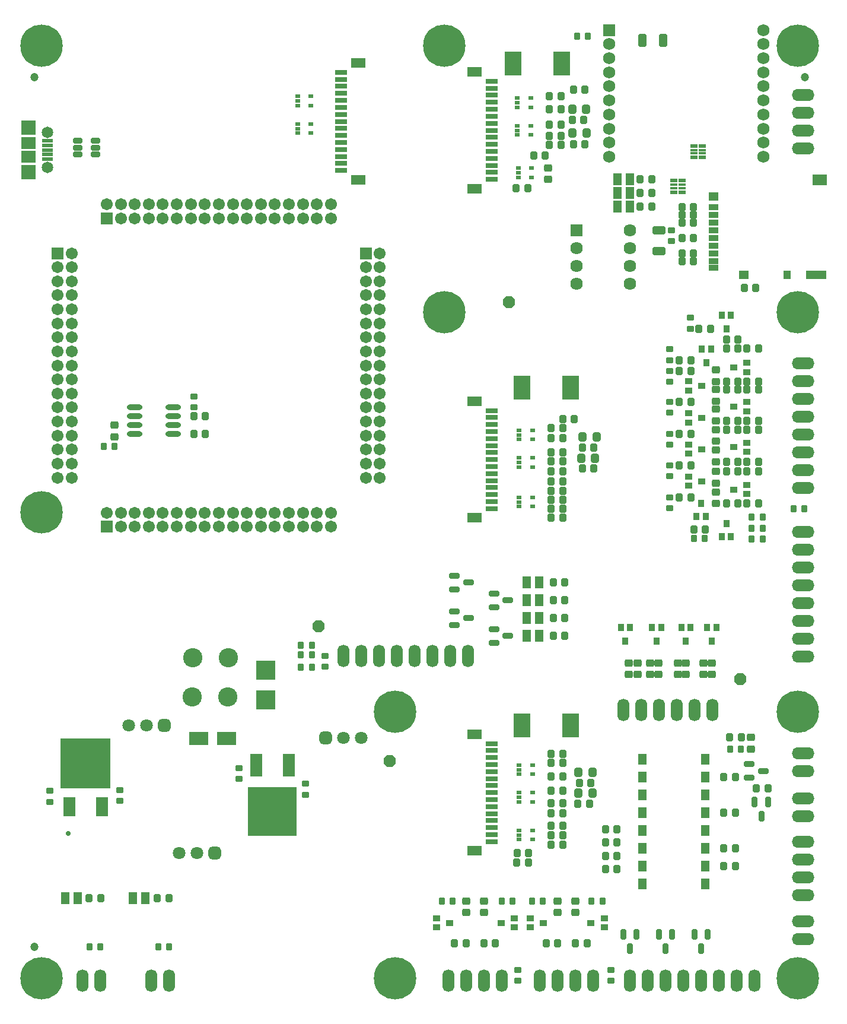
<source format=gts>
G04*
G04 #@! TF.GenerationSoftware,Altium Limited,Altium Designer,21.4.1 (30)*
G04*
G04 Layer_Color=8388736*
%FSLAX44Y44*%
%MOMM*%
G71*
G04*
G04 #@! TF.SameCoordinates,34008E12-B950-4015-972C-27682CB53F9E*
G04*
G04*
G04 #@! TF.FilePolarity,Negative*
G04*
G01*
G75*
G04:AMPARAMS|DCode=27|XSize=0.9mm|YSize=0.95mm|CornerRadius=0.1125mm|HoleSize=0mm|Usage=FLASHONLY|Rotation=90.000|XOffset=0mm|YOffset=0mm|HoleType=Round|Shape=RoundedRectangle|*
%AMROUNDEDRECTD27*
21,1,0.9000,0.7250,0,0,90.0*
21,1,0.6750,0.9500,0,0,90.0*
1,1,0.2250,0.3625,0.3375*
1,1,0.2250,0.3625,-0.3375*
1,1,0.2250,-0.3625,-0.3375*
1,1,0.2250,-0.3625,0.3375*
%
%ADD27ROUNDEDRECTD27*%
G04:AMPARAMS|DCode=31|XSize=0.9mm|YSize=0.95mm|CornerRadius=0.1125mm|HoleSize=0mm|Usage=FLASHONLY|Rotation=0.000|XOffset=0mm|YOffset=0mm|HoleType=Round|Shape=RoundedRectangle|*
%AMROUNDEDRECTD31*
21,1,0.9000,0.7250,0,0,0.0*
21,1,0.6750,0.9500,0,0,0.0*
1,1,0.2250,0.3375,-0.3625*
1,1,0.2250,-0.3375,-0.3625*
1,1,0.2250,-0.3375,0.3625*
1,1,0.2250,0.3375,0.3625*
%
%ADD31ROUNDEDRECTD31*%
G04:AMPARAMS|DCode=32|XSize=1.15mm|YSize=1.8mm|CornerRadius=0.1265mm|HoleSize=0mm|Usage=FLASHONLY|Rotation=180.000|XOffset=0mm|YOffset=0mm|HoleType=Round|Shape=RoundedRectangle|*
%AMROUNDEDRECTD32*
21,1,1.1500,1.5470,0,0,180.0*
21,1,0.8970,1.8000,0,0,180.0*
1,1,0.2530,-0.4485,0.7735*
1,1,0.2530,0.4485,0.7735*
1,1,0.2530,0.4485,-0.7735*
1,1,0.2530,-0.4485,-0.7735*
%
%ADD32ROUNDEDRECTD32*%
G04:AMPARAMS|DCode=33|XSize=1.15mm|YSize=1.8mm|CornerRadius=0.1265mm|HoleSize=0mm|Usage=FLASHONLY|Rotation=90.000|XOffset=0mm|YOffset=0mm|HoleType=Round|Shape=RoundedRectangle|*
%AMROUNDEDRECTD33*
21,1,1.1500,1.5470,0,0,90.0*
21,1,0.8970,1.8000,0,0,90.0*
1,1,0.2530,0.7735,0.4485*
1,1,0.2530,0.7735,-0.4485*
1,1,0.2530,-0.7735,-0.4485*
1,1,0.2530,-0.7735,0.4485*
%
%ADD33ROUNDEDRECTD33*%
G04:AMPARAMS|DCode=47|XSize=0.875mm|YSize=0.95mm|CornerRadius=0.1094mm|HoleSize=0mm|Usage=FLASHONLY|Rotation=180.000|XOffset=0mm|YOffset=0mm|HoleType=Round|Shape=RoundedRectangle|*
%AMROUNDEDRECTD47*
21,1,0.8750,0.7313,0,0,180.0*
21,1,0.6563,0.9500,0,0,180.0*
1,1,0.2188,-0.3281,0.3656*
1,1,0.2188,0.3281,0.3656*
1,1,0.2188,0.3281,-0.3656*
1,1,0.2188,-0.3281,-0.3656*
%
%ADD47ROUNDEDRECTD47*%
%ADD57R,1.3000X1.5000*%
%ADD60R,1.3032X1.6532*%
G04:AMPARAMS|DCode=61|XSize=1.0032mm|YSize=1.1532mm|CornerRadius=0.2016mm|HoleSize=0mm|Usage=FLASHONLY|Rotation=0.000|XOffset=0mm|YOffset=0mm|HoleType=Round|Shape=RoundedRectangle|*
%AMROUNDEDRECTD61*
21,1,1.0032,0.7500,0,0,0.0*
21,1,0.6000,1.1532,0,0,0.0*
1,1,0.4032,0.3000,-0.3750*
1,1,0.4032,-0.3000,-0.3750*
1,1,0.4032,-0.3000,0.3750*
1,1,0.4032,0.3000,0.3750*
%
%ADD61ROUNDEDRECTD61*%
%ADD62R,1.8032X3.2032*%
%ADD63R,6.9032X6.9032*%
%ADD64R,7.2032X7.2032*%
%ADD65R,1.7032X2.7032*%
G04:AMPARAMS|DCode=66|XSize=1.0032mm|YSize=1.1532mm|CornerRadius=0.2016mm|HoleSize=0mm|Usage=FLASHONLY|Rotation=270.000|XOffset=0mm|YOffset=0mm|HoleType=Round|Shape=RoundedRectangle|*
%AMROUNDEDRECTD66*
21,1,1.0032,0.7500,0,0,270.0*
21,1,0.6000,1.1532,0,0,270.0*
1,1,0.4032,-0.3750,-0.3000*
1,1,0.4032,-0.3750,0.3000*
1,1,0.4032,0.3750,0.3000*
1,1,0.4032,0.3750,-0.3000*
%
%ADD66ROUNDEDRECTD66*%
G04:AMPARAMS|DCode=67|XSize=1.15mm|YSize=1.35mm|CornerRadius=0.325mm|HoleSize=0mm|Usage=FLASHONLY|Rotation=0.000|XOffset=0mm|YOffset=0mm|HoleType=Round|Shape=RoundedRectangle|*
%AMROUNDEDRECTD67*
21,1,1.1500,0.7000,0,0,0.0*
21,1,0.5000,1.3500,0,0,0.0*
1,1,0.6500,0.2500,-0.3500*
1,1,0.6500,-0.2500,-0.3500*
1,1,0.6500,-0.2500,0.3500*
1,1,0.6500,0.2500,0.3500*
%
%ADD67ROUNDEDRECTD67*%
%ADD68R,0.7032X0.6032*%
%ADD69R,2.7032X1.9032*%
%ADD70R,2.4032X3.3532*%
%ADD71R,2.7032X2.7032*%
%ADD72R,1.4032X0.9032*%
%ADD73R,1.4032X1.2032*%
%ADD74R,1.0032X1.2032*%
%ADD75R,3.0032X1.2032*%
%ADD76R,2.1032X1.5032*%
%ADD77R,2.0032X1.4032*%
%ADD78R,1.7532X0.8032*%
%ADD79R,0.9032X1.1032*%
G04:AMPARAMS|DCode=80|XSize=1.4632mm|YSize=0.7932mm|CornerRadius=0.1754mm|HoleSize=0mm|Usage=FLASHONLY|Rotation=0.000|XOffset=0mm|YOffset=0mm|HoleType=Round|Shape=RoundedRectangle|*
%AMROUNDEDRECTD80*
21,1,1.4632,0.4425,0,0,0.0*
21,1,1.1125,0.7932,0,0,0.0*
1,1,0.3507,0.5563,-0.2213*
1,1,0.3507,-0.5563,-0.2213*
1,1,0.3507,-0.5563,0.2213*
1,1,0.3507,0.5563,0.2213*
%
%ADD80ROUNDEDRECTD80*%
%ADD81O,2.2387X0.7772*%
%ADD82R,1.0732X0.6132*%
%ADD83R,1.0732X0.4632*%
%ADD84R,1.5532X0.6032*%
%ADD85R,2.1032X1.7032*%
%ADD86R,2.1032X2.0032*%
%ADD87C,1.2032*%
G04:AMPARAMS|DCode=88|XSize=1.4632mm|YSize=0.7932mm|CornerRadius=0.1754mm|HoleSize=0mm|Usage=FLASHONLY|Rotation=270.000|XOffset=0mm|YOffset=0mm|HoleType=Round|Shape=RoundedRectangle|*
%AMROUNDEDRECTD88*
21,1,1.4632,0.4425,0,0,270.0*
21,1,1.1125,0.7932,0,0,270.0*
1,1,0.3507,-0.2213,-0.5563*
1,1,0.3507,-0.2213,0.5563*
1,1,0.3507,0.2213,0.5563*
1,1,0.3507,0.2213,-0.5563*
%
%ADD88ROUNDEDRECTD88*%
%ADD89R,1.1032X0.9032*%
G04:AMPARAMS|DCode=90|XSize=1.4132mm|YSize=0.7832mm|CornerRadius=0.1741mm|HoleSize=0mm|Usage=FLASHONLY|Rotation=0.000|XOffset=0mm|YOffset=0mm|HoleType=Round|Shape=RoundedRectangle|*
%AMROUNDEDRECTD90*
21,1,1.4132,0.4350,0,0,0.0*
21,1,1.0650,0.7832,0,0,0.0*
1,1,0.3482,0.5325,-0.2175*
1,1,0.3482,-0.5325,-0.2175*
1,1,0.3482,-0.5325,0.2175*
1,1,0.3482,0.5325,0.2175*
%
%ADD90ROUNDEDRECTD90*%
%ADD91C,1.8032*%
G04:AMPARAMS|DCode=92|XSize=1.8032mm|YSize=1.8032mm|CornerRadius=0.5016mm|HoleSize=0mm|Usage=FLASHONLY|Rotation=180.000|XOffset=0mm|YOffset=0mm|HoleType=Round|Shape=RoundedRectangle|*
%AMROUNDEDRECTD92*
21,1,1.8032,0.8000,0,0,180.0*
21,1,0.8000,1.8032,0,0,180.0*
1,1,1.0032,-0.4000,0.4000*
1,1,1.0032,0.4000,0.4000*
1,1,1.0032,0.4000,-0.4000*
1,1,1.0032,-0.4000,-0.4000*
%
%ADD92ROUNDEDRECTD92*%
%ADD93R,1.7032X1.7032*%
%ADD94C,1.7032*%
%ADD95R,1.7332X1.7332*%
%ADD96C,1.7332*%
%ADD97O,1.7112X3.2192*%
%ADD98C,6.0452*%
%ADD99O,3.2192X1.7112*%
%ADD100C,1.6532*%
%ADD101O,1.8032X1.0032*%
%ADD102P,1.8695X8X22.5*%
%ADD103C,1.7832*%
%ADD104R,1.7832X1.7832*%
%ADD105C,2.7432*%
%ADD106R,1.7032X1.7032*%
%ADD107C,0.7032*%
D27*
X417000Y312500D02*
D03*
Y297000D02*
D03*
X322500Y319750D02*
D03*
Y335250D02*
D03*
X152000Y288250D02*
D03*
Y303750D02*
D03*
X51750Y287000D02*
D03*
Y302500D02*
D03*
X257836Y865000D02*
D03*
Y849500D02*
D03*
X853440Y31750D02*
D03*
Y47250D02*
D03*
X720090D02*
D03*
Y31750D02*
D03*
X444553Y479800D02*
D03*
Y495300D02*
D03*
X966470Y977320D02*
D03*
Y961820D02*
D03*
X937260Y916920D02*
D03*
Y932420D02*
D03*
Y886200D02*
D03*
Y901700D02*
D03*
Y857250D02*
D03*
Y841750D02*
D03*
Y796030D02*
D03*
Y811530D02*
D03*
Y767080D02*
D03*
Y751580D02*
D03*
Y705860D02*
D03*
Y721360D02*
D03*
X939800Y1101860D02*
D03*
Y1086360D02*
D03*
D31*
X222250Y80010D02*
D03*
X206750D02*
D03*
X108960D02*
D03*
X124460D02*
D03*
X755650Y145410D02*
D03*
X740150D02*
D03*
X841000D02*
D03*
X825500D02*
D03*
X697230D02*
D03*
X712730D02*
D03*
X611880D02*
D03*
X627380D02*
D03*
X1129290Y704850D02*
D03*
X1113790D02*
D03*
X971550Y662940D02*
D03*
X987050D02*
D03*
X1022995Y362269D02*
D03*
X1038495D02*
D03*
X144806Y793750D02*
D03*
X129306D02*
D03*
D32*
X897890Y1372870D02*
D03*
X927390D02*
D03*
D33*
X922020Y1072360D02*
D03*
Y1101860D02*
D03*
D47*
X820420Y1379220D02*
D03*
X804670D02*
D03*
X1069592Y693420D02*
D03*
X1053841D02*
D03*
X1069592Y676672D02*
D03*
X1053841D02*
D03*
X1069592Y661553D02*
D03*
X1053841D02*
D03*
X410191Y510314D02*
D03*
X425941D02*
D03*
X410191Y496570D02*
D03*
X425941D02*
D03*
X410191Y479073D02*
D03*
X425941D02*
D03*
D57*
X897806Y195580D02*
D03*
Y246380D02*
D03*
Y271780D02*
D03*
Y297180D02*
D03*
Y322580D02*
D03*
Y347980D02*
D03*
X987806D02*
D03*
Y322580D02*
D03*
Y297180D02*
D03*
Y271780D02*
D03*
Y246380D02*
D03*
Y220980D02*
D03*
Y195580D02*
D03*
Y170180D02*
D03*
X897806D02*
D03*
Y220980D02*
D03*
D60*
X188500Y149750D02*
D03*
X170500D02*
D03*
X92000Y149500D02*
D03*
X74000D02*
D03*
X862220Y1174770D02*
D03*
X880220D02*
D03*
X732481Y599618D02*
D03*
X750481D02*
D03*
X732481Y574218D02*
D03*
X750481D02*
D03*
X732481Y548818D02*
D03*
X750481D02*
D03*
Y523418D02*
D03*
X732481D02*
D03*
X880220Y1135730D02*
D03*
X862220D02*
D03*
Y1155720D02*
D03*
X880220D02*
D03*
D61*
X222000Y149750D02*
D03*
X205500D02*
D03*
X124750Y149500D02*
D03*
X108250D02*
D03*
X799470Y1224960D02*
D03*
X815970D02*
D03*
X770582Y523418D02*
D03*
X787082D02*
D03*
X787080Y548818D02*
D03*
X770580D02*
D03*
Y574218D02*
D03*
X787080D02*
D03*
X770582Y599618D02*
D03*
X787082D02*
D03*
X274336Y836930D02*
D03*
X257836D02*
D03*
X911220Y1155720D02*
D03*
X894720D02*
D03*
X845190Y228759D02*
D03*
X861690D02*
D03*
X911220Y1135730D02*
D03*
X894720D02*
D03*
X1038996Y378769D02*
D03*
X1022496D02*
D03*
X1059810Y1019810D02*
D03*
X1043310D02*
D03*
X954410Y1057860D02*
D03*
X970910D02*
D03*
X894720Y1174770D02*
D03*
X911220D02*
D03*
X784217Y730250D02*
D03*
X767717D02*
D03*
X954412Y1068860D02*
D03*
X970912D02*
D03*
X671830Y85090D02*
D03*
X688330D02*
D03*
X646430D02*
D03*
X629930D02*
D03*
X802640D02*
D03*
X819140D02*
D03*
X777240D02*
D03*
X760740D02*
D03*
X861609Y190976D02*
D03*
X845109D02*
D03*
X845190Y209867D02*
D03*
X861690D02*
D03*
X1017910Y933450D02*
D03*
X1034410D02*
D03*
X995250Y961820D02*
D03*
X978750D02*
D03*
X1017910Y946150D02*
D03*
X1034410D02*
D03*
X1063820Y933450D02*
D03*
X1047320D02*
D03*
X950464Y916920D02*
D03*
X966964D02*
D03*
Y901700D02*
D03*
X950464D02*
D03*
Y857250D02*
D03*
X966964D02*
D03*
Y811530D02*
D03*
X950464D02*
D03*
Y767080D02*
D03*
X966964D02*
D03*
Y721360D02*
D03*
X950464D02*
D03*
X971550Y675640D02*
D03*
X988050D02*
D03*
X1034410Y886460D02*
D03*
X1017910D02*
D03*
Y875030D02*
D03*
X1034410D02*
D03*
Y830580D02*
D03*
X1017910D02*
D03*
Y817880D02*
D03*
X1034410D02*
D03*
Y772160D02*
D03*
X1017910D02*
D03*
Y758190D02*
D03*
X1034410D02*
D03*
X1034412Y712470D02*
D03*
X1017912D02*
D03*
X1063820Y886460D02*
D03*
X1047320D02*
D03*
Y712470D02*
D03*
X1063820D02*
D03*
Y758190D02*
D03*
X1047320D02*
D03*
Y772160D02*
D03*
X1063820D02*
D03*
Y817880D02*
D03*
X1047320D02*
D03*
Y830580D02*
D03*
X1063820D02*
D03*
Y875030D02*
D03*
X1047320D02*
D03*
X784217Y717530D02*
D03*
X767717D02*
D03*
X767715Y302830D02*
D03*
X784215D02*
D03*
X767713Y355600D02*
D03*
X784213D02*
D03*
X765180Y1293470D02*
D03*
X781680D02*
D03*
X742800Y1209040D02*
D03*
X759300D02*
D03*
X815970Y1302360D02*
D03*
X799470D02*
D03*
X781678Y1236370D02*
D03*
X765178D02*
D03*
X767715Y285100D02*
D03*
X784215D02*
D03*
X784217Y692150D02*
D03*
X767717D02*
D03*
X767715Y239330D02*
D03*
X784215D02*
D03*
Y342200D02*
D03*
X767715D02*
D03*
X718970Y213980D02*
D03*
X735470D02*
D03*
X767715Y744220D02*
D03*
X784215D02*
D03*
X767715Y323200D02*
D03*
X784215D02*
D03*
X784217Y805840D02*
D03*
X767717D02*
D03*
X781680Y1223670D02*
D03*
X765180D02*
D03*
X767720Y252730D02*
D03*
X784220D02*
D03*
X765178Y1252830D02*
D03*
X781678D02*
D03*
X767715Y758190D02*
D03*
X784215D02*
D03*
X734200Y1162344D02*
D03*
X717700D02*
D03*
X765180Y1274470D02*
D03*
X781680D02*
D03*
X784230Y833120D02*
D03*
X800730D02*
D03*
X784213Y270510D02*
D03*
X767713D02*
D03*
X954410Y1134860D02*
D03*
X970910D02*
D03*
Y1123860D02*
D03*
X954410D02*
D03*
Y1112860D02*
D03*
X970910D02*
D03*
Y1090860D02*
D03*
X954410D02*
D03*
X784217Y785450D02*
D03*
X767717D02*
D03*
X767718Y820420D02*
D03*
X784218D02*
D03*
X828670Y792404D02*
D03*
X812170D02*
D03*
X805820Y284480D02*
D03*
X822320D02*
D03*
X824500Y314000D02*
D03*
X808000D02*
D03*
X797784Y1259840D02*
D03*
X814284D02*
D03*
X828670Y762039D02*
D03*
X812170D02*
D03*
X784217Y772800D02*
D03*
X767717D02*
D03*
X274310Y811530D02*
D03*
X257810D02*
D03*
X1014100Y195580D02*
D03*
X1030600D02*
D03*
Y220980D02*
D03*
X1014100D02*
D03*
X861690Y247650D02*
D03*
X845190D02*
D03*
X1030600Y271576D02*
D03*
X1014100D02*
D03*
Y322580D02*
D03*
X1030600D02*
D03*
X767720Y226060D02*
D03*
X784220D02*
D03*
X784216Y704850D02*
D03*
X767716D02*
D03*
X718820Y200660D02*
D03*
X735320D02*
D03*
X1060710Y306070D02*
D03*
X1077210D02*
D03*
D62*
X393000Y339500D02*
D03*
X347000D02*
D03*
D63*
X370000Y273000D02*
D03*
D64*
X103250Y342000D02*
D03*
D65*
X126250Y279500D02*
D03*
X80250D02*
D03*
D66*
X144806Y824230D02*
D03*
Y807730D02*
D03*
X1052465Y362269D02*
D03*
Y378769D02*
D03*
X777240Y128910D02*
D03*
Y145410D02*
D03*
X802640D02*
D03*
Y128910D02*
D03*
X671830D02*
D03*
Y145410D02*
D03*
X646430D02*
D03*
Y128910D02*
D03*
X996950Y468630D02*
D03*
Y485130D02*
D03*
X985520D02*
D03*
Y468630D02*
D03*
X960120D02*
D03*
Y485130D02*
D03*
X948690D02*
D03*
Y468630D02*
D03*
X909320D02*
D03*
Y485130D02*
D03*
X920750D02*
D03*
Y468630D02*
D03*
X878840D02*
D03*
Y485130D02*
D03*
X891540D02*
D03*
Y468630D02*
D03*
X1003300Y712470D02*
D03*
Y728970D02*
D03*
Y741690D02*
D03*
Y758190D02*
D03*
Y772160D02*
D03*
Y788660D02*
D03*
Y801380D02*
D03*
Y817880D02*
D03*
Y830580D02*
D03*
Y847080D02*
D03*
Y858530D02*
D03*
Y875030D02*
D03*
Y886460D02*
D03*
Y902960D02*
D03*
X763270Y1191260D02*
D03*
Y1174760D02*
D03*
D67*
X806610Y299020D02*
D03*
X826610D02*
D03*
X826500Y329250D02*
D03*
X806500D02*
D03*
X810420Y777145D02*
D03*
X830420D02*
D03*
X832750Y807750D02*
D03*
X812750D02*
D03*
X798000Y1240750D02*
D03*
X818000D02*
D03*
X817720Y1274470D02*
D03*
X797720D02*
D03*
D68*
X722020Y239499D02*
D03*
Y245999D02*
D03*
Y232999D02*
D03*
X741020D02*
D03*
Y245999D02*
D03*
X739750Y1190613D02*
D03*
Y1177613D02*
D03*
X720750D02*
D03*
Y1190613D02*
D03*
Y1184113D02*
D03*
X405790Y1247140D02*
D03*
Y1253640D02*
D03*
Y1240640D02*
D03*
X424790D02*
D03*
Y1253640D02*
D03*
X738480Y1251100D02*
D03*
Y1238100D02*
D03*
X719480D02*
D03*
Y1251100D02*
D03*
Y1244600D02*
D03*
X719330Y1283970D02*
D03*
Y1290470D02*
D03*
Y1277470D02*
D03*
X738330D02*
D03*
Y1290470D02*
D03*
X740870Y339200D02*
D03*
Y326200D02*
D03*
X721870D02*
D03*
Y339200D02*
D03*
Y332700D02*
D03*
X722020Y810260D02*
D03*
Y816760D02*
D03*
Y803760D02*
D03*
X741020D02*
D03*
Y816760D02*
D03*
X424790Y1293010D02*
D03*
Y1280010D02*
D03*
X405790D02*
D03*
Y1293010D02*
D03*
Y1286510D02*
D03*
X722020Y714499D02*
D03*
Y720999D02*
D03*
Y707999D02*
D03*
X741020D02*
D03*
Y720999D02*
D03*
Y299830D02*
D03*
Y286830D02*
D03*
X722020D02*
D03*
Y299830D02*
D03*
Y293330D02*
D03*
Y770870D02*
D03*
Y777370D02*
D03*
Y764370D02*
D03*
X741020D02*
D03*
Y777370D02*
D03*
D69*
X264480Y377190D02*
D03*
X304480D02*
D03*
D70*
X713030Y1339850D02*
D03*
X783030D02*
D03*
X725730Y877570D02*
D03*
X795730D02*
D03*
X725730Y396240D02*
D03*
X795730D02*
D03*
D71*
X360680Y474890D02*
D03*
Y431890D02*
D03*
D72*
X999670Y1134860D02*
D03*
Y1123860D02*
D03*
Y1112860D02*
D03*
Y1101860D02*
D03*
Y1090860D02*
D03*
Y1079860D02*
D03*
Y1068860D02*
D03*
Y1057860D02*
D03*
Y1048360D02*
D03*
D73*
Y1150360D02*
D03*
X1042670Y1038860D02*
D03*
D74*
X1104670D02*
D03*
D75*
X1146170D02*
D03*
D76*
X1150670Y1173860D02*
D03*
D77*
X658030Y382999D02*
D03*
Y216999D02*
D03*
X492779Y1174313D02*
D03*
Y1340313D02*
D03*
X658030Y691999D02*
D03*
Y857999D02*
D03*
Y1161613D02*
D03*
Y1327613D02*
D03*
D78*
X683280Y369999D02*
D03*
Y359999D02*
D03*
Y349999D02*
D03*
Y339999D02*
D03*
Y329999D02*
D03*
Y319999D02*
D03*
Y309999D02*
D03*
Y299999D02*
D03*
Y289999D02*
D03*
Y279999D02*
D03*
Y269999D02*
D03*
Y259999D02*
D03*
Y249999D02*
D03*
Y239999D02*
D03*
Y229999D02*
D03*
X467529Y1247313D02*
D03*
Y1257313D02*
D03*
Y1187313D02*
D03*
Y1197313D02*
D03*
Y1207313D02*
D03*
Y1217313D02*
D03*
Y1227313D02*
D03*
Y1237313D02*
D03*
Y1267313D02*
D03*
Y1277313D02*
D03*
Y1287313D02*
D03*
Y1297313D02*
D03*
Y1307313D02*
D03*
Y1317313D02*
D03*
Y1327313D02*
D03*
X683280Y704999D02*
D03*
Y714999D02*
D03*
Y724999D02*
D03*
Y734999D02*
D03*
Y744999D02*
D03*
Y754999D02*
D03*
Y764999D02*
D03*
Y774999D02*
D03*
Y784999D02*
D03*
Y794999D02*
D03*
Y804999D02*
D03*
Y814999D02*
D03*
Y824999D02*
D03*
Y834999D02*
D03*
Y844999D02*
D03*
Y1174613D02*
D03*
Y1184613D02*
D03*
Y1194613D02*
D03*
Y1204613D02*
D03*
Y1214613D02*
D03*
Y1224613D02*
D03*
Y1234613D02*
D03*
Y1244613D02*
D03*
Y1254613D02*
D03*
Y1264613D02*
D03*
Y1274613D02*
D03*
Y1284613D02*
D03*
Y1294613D02*
D03*
Y1304613D02*
D03*
Y1314613D02*
D03*
D79*
X873760Y516480D02*
D03*
X867260Y535480D02*
D03*
X880260D02*
D03*
X1017912Y684100D02*
D03*
X1024412Y665100D02*
D03*
X1011412D02*
D03*
X918210Y516480D02*
D03*
X911710Y535480D02*
D03*
X924710D02*
D03*
X960120Y516480D02*
D03*
X953620Y535480D02*
D03*
X966620D02*
D03*
X996950Y516480D02*
D03*
X990450Y535480D02*
D03*
X1003450D02*
D03*
X981710Y712470D02*
D03*
X988210Y693470D02*
D03*
X975210D02*
D03*
X989330Y913560D02*
D03*
X982830Y932560D02*
D03*
X995830D02*
D03*
X1017910Y961820D02*
D03*
X1011410Y980820D02*
D03*
X1024410D02*
D03*
D80*
X1070250Y330990D02*
D03*
X1050650Y321490D02*
D03*
Y340490D02*
D03*
X686520Y583718D02*
D03*
Y564718D02*
D03*
X706120Y574218D02*
D03*
X686520Y532918D02*
D03*
Y513918D02*
D03*
X706120Y523418D02*
D03*
X649520Y548818D02*
D03*
X629920Y539318D02*
D03*
Y558318D02*
D03*
X649520Y599618D02*
D03*
X629920Y590118D02*
D03*
Y609118D02*
D03*
D81*
X173008Y849630D02*
D03*
Y836930D02*
D03*
Y824230D02*
D03*
Y811530D02*
D03*
X228363Y849630D02*
D03*
Y836930D02*
D03*
Y824230D02*
D03*
Y811530D02*
D03*
D82*
X971550Y1205910D02*
D03*
X983150D02*
D03*
X971550Y1222410D02*
D03*
X983150D02*
D03*
X954490Y1172840D02*
D03*
Y1156340D02*
D03*
X942890Y1172840D02*
D03*
Y1156340D02*
D03*
D83*
X971550Y1211660D02*
D03*
Y1216660D02*
D03*
X983150Y1211660D02*
D03*
Y1216660D02*
D03*
X954490Y1167090D02*
D03*
Y1162090D02*
D03*
X942890D02*
D03*
Y1167090D02*
D03*
D84*
X48340Y1229660D02*
D03*
Y1223160D02*
D03*
Y1216660D02*
D03*
Y1210160D02*
D03*
Y1203660D02*
D03*
D85*
X21590Y1226660D02*
D03*
Y1206660D02*
D03*
D86*
Y1248660D02*
D03*
Y1184660D02*
D03*
D87*
X1130000Y1320000D02*
D03*
X30000D02*
D03*
Y80000D02*
D03*
D88*
X880110Y77830D02*
D03*
X870610Y97430D02*
D03*
X889610D02*
D03*
X1077210Y286300D02*
D03*
X1058210D02*
D03*
X1067710Y266700D02*
D03*
X991210Y97430D02*
D03*
X972210D02*
D03*
X981710Y77830D02*
D03*
X940410Y97430D02*
D03*
X921410D02*
D03*
X930910Y77830D02*
D03*
D89*
X1028320Y732330D02*
D03*
X1047320Y738830D02*
D03*
Y725830D02*
D03*
X1028320Y792680D02*
D03*
X1047320Y799180D02*
D03*
Y786180D02*
D03*
X1028320Y850440D02*
D03*
X1047320Y856940D02*
D03*
Y843940D02*
D03*
X1028320Y906320D02*
D03*
X1047320Y912820D02*
D03*
Y899820D02*
D03*
X982550Y744220D02*
D03*
X963550Y737720D02*
D03*
Y750720D02*
D03*
X982550Y789940D02*
D03*
X963550Y783440D02*
D03*
Y796440D02*
D03*
X982550Y834390D02*
D03*
X963550Y827890D02*
D03*
Y840890D02*
D03*
X982550Y880110D02*
D03*
X963550Y873610D02*
D03*
Y886610D02*
D03*
X623140Y114290D02*
D03*
X604140Y107790D02*
D03*
Y120790D02*
D03*
X696390Y114290D02*
D03*
X715390Y120790D02*
D03*
Y107790D02*
D03*
X824660Y114290D02*
D03*
X843660Y120790D02*
D03*
Y107790D02*
D03*
X756490Y114290D02*
D03*
X737490Y107790D02*
D03*
Y120790D02*
D03*
D90*
X92000Y1229410D02*
D03*
Y1219910D02*
D03*
Y1210410D02*
D03*
X117100Y1229410D02*
D03*
Y1219910D02*
D03*
Y1210410D02*
D03*
D91*
X236850Y214000D02*
D03*
X262250D02*
D03*
X164350Y396250D02*
D03*
X189750D02*
D03*
X496618Y378234D02*
D03*
X471218D02*
D03*
D92*
X287650Y214000D02*
D03*
X215150Y396250D02*
D03*
X445818Y378234D02*
D03*
D93*
X133370Y679320D02*
D03*
Y1119320D02*
D03*
D94*
Y699320D02*
D03*
X153370Y679320D02*
D03*
Y699320D02*
D03*
X173370Y679320D02*
D03*
Y699320D02*
D03*
X193370Y679320D02*
D03*
Y699320D02*
D03*
X213370Y679320D02*
D03*
Y699320D02*
D03*
X233370Y679320D02*
D03*
Y699320D02*
D03*
X253370Y679320D02*
D03*
Y699320D02*
D03*
X273370Y679320D02*
D03*
Y699320D02*
D03*
X293370Y679320D02*
D03*
Y699320D02*
D03*
X313370Y679320D02*
D03*
Y699320D02*
D03*
X333370Y679320D02*
D03*
Y699320D02*
D03*
X353370Y679320D02*
D03*
Y699320D02*
D03*
X373370Y679320D02*
D03*
Y699320D02*
D03*
X393370Y679320D02*
D03*
Y699320D02*
D03*
X413370Y679320D02*
D03*
Y699320D02*
D03*
X433370Y679320D02*
D03*
Y699320D02*
D03*
X453370Y679320D02*
D03*
Y699320D02*
D03*
X503080Y889320D02*
D03*
X523080D02*
D03*
X83370Y749320D02*
D03*
X63370D02*
D03*
X83370Y769320D02*
D03*
X63370D02*
D03*
X83370Y789320D02*
D03*
X63370D02*
D03*
X83370Y809320D02*
D03*
X63370D02*
D03*
X83370Y829320D02*
D03*
X63370D02*
D03*
X83370Y849320D02*
D03*
X63370D02*
D03*
X83370Y869320D02*
D03*
X63370D02*
D03*
X83370Y889320D02*
D03*
X63370D02*
D03*
X83370Y909320D02*
D03*
X63370D02*
D03*
X83370Y929320D02*
D03*
X63370D02*
D03*
X83370Y949320D02*
D03*
X63370D02*
D03*
X83370Y969320D02*
D03*
X63370D02*
D03*
X83370Y989320D02*
D03*
X63370D02*
D03*
X83370Y1009320D02*
D03*
X63370D02*
D03*
X83370Y1029320D02*
D03*
X63370D02*
D03*
X83370Y1049320D02*
D03*
X63370D02*
D03*
X83370Y1069320D02*
D03*
X133370Y1139320D02*
D03*
X153370Y1119320D02*
D03*
Y1139320D02*
D03*
X173370Y1119320D02*
D03*
Y1139320D02*
D03*
X193370Y1119320D02*
D03*
Y1139320D02*
D03*
X213370Y1119320D02*
D03*
Y1139320D02*
D03*
X233370Y1119320D02*
D03*
Y1139320D02*
D03*
X253370Y1119320D02*
D03*
Y1139320D02*
D03*
X273370Y1119320D02*
D03*
Y1139320D02*
D03*
X293370Y1119320D02*
D03*
Y1139320D02*
D03*
X313370Y1119320D02*
D03*
Y1139320D02*
D03*
X333370Y1119320D02*
D03*
Y1139320D02*
D03*
X353370Y1119320D02*
D03*
Y1139320D02*
D03*
X373370Y1119320D02*
D03*
Y1139320D02*
D03*
X393370Y1119320D02*
D03*
Y1139320D02*
D03*
X413370Y1119320D02*
D03*
Y1139320D02*
D03*
X433370Y1119320D02*
D03*
Y1139320D02*
D03*
X453370Y1119320D02*
D03*
Y1139320D02*
D03*
X523080Y749320D02*
D03*
X503080D02*
D03*
X523080Y769320D02*
D03*
X503080D02*
D03*
X523080Y789320D02*
D03*
X503080D02*
D03*
X523080Y809320D02*
D03*
X503080D02*
D03*
X523080Y829320D02*
D03*
X503080D02*
D03*
X523080Y849320D02*
D03*
X503080D02*
D03*
X523080Y869320D02*
D03*
X503080D02*
D03*
X523080Y909320D02*
D03*
X503080D02*
D03*
X523080Y929320D02*
D03*
X503080D02*
D03*
X523080Y949320D02*
D03*
X503080D02*
D03*
X523080Y969320D02*
D03*
X503080D02*
D03*
X523080Y989320D02*
D03*
X503080D02*
D03*
X523080Y1009320D02*
D03*
X503080D02*
D03*
X523080Y1029320D02*
D03*
X503080D02*
D03*
X523080Y1049320D02*
D03*
X503080D02*
D03*
X523080Y1069320D02*
D03*
D95*
X850646Y1387602D02*
D03*
D96*
Y1367536D02*
D03*
Y1347470D02*
D03*
Y1327404D02*
D03*
Y1307338D02*
D03*
Y1287272D02*
D03*
Y1267206D02*
D03*
Y1247140D02*
D03*
Y1227074D02*
D03*
Y1207008D02*
D03*
X1070610D02*
D03*
Y1227074D02*
D03*
Y1247140D02*
D03*
Y1267206D02*
D03*
Y1287272D02*
D03*
Y1307338D02*
D03*
Y1327404D02*
D03*
Y1347470D02*
D03*
Y1367536D02*
D03*
Y1387602D02*
D03*
D97*
X998220Y417830D02*
D03*
X972820D02*
D03*
X947420D02*
D03*
X922020D02*
D03*
X896620D02*
D03*
X871220D02*
D03*
X697230Y31750D02*
D03*
X671830D02*
D03*
X646430D02*
D03*
X621030D02*
D03*
X196850D02*
D03*
X222250D02*
D03*
X1057910D02*
D03*
X1032510D02*
D03*
X1007110D02*
D03*
X981710D02*
D03*
X956310D02*
D03*
X930910D02*
D03*
X905510D02*
D03*
X880110D02*
D03*
X496570Y495300D02*
D03*
X521970D02*
D03*
X547370D02*
D03*
X572770D02*
D03*
X598170D02*
D03*
X623570D02*
D03*
X648970D02*
D03*
X471170D02*
D03*
X124460Y31750D02*
D03*
X99060D02*
D03*
X828040D02*
D03*
X802640D02*
D03*
X777240D02*
D03*
X751840D02*
D03*
D98*
X1120000Y985000D02*
D03*
Y1365000D02*
D03*
X545000Y415000D02*
D03*
X40000Y700000D02*
D03*
X615000Y985000D02*
D03*
Y1365000D02*
D03*
X40000D02*
D03*
X545000Y35000D02*
D03*
X40000D02*
D03*
X1120000Y415000D02*
D03*
Y35000D02*
D03*
D99*
X1127760Y734290D02*
D03*
Y759690D02*
D03*
Y785090D02*
D03*
Y810490D02*
D03*
Y835890D02*
D03*
Y861290D02*
D03*
Y886690D02*
D03*
Y912090D02*
D03*
X1127405Y91440D02*
D03*
Y116840D02*
D03*
Y229870D02*
D03*
Y204470D02*
D03*
Y179070D02*
D03*
Y153670D02*
D03*
Y292100D02*
D03*
Y266700D02*
D03*
Y330990D02*
D03*
Y356390D02*
D03*
X1127760Y646430D02*
D03*
Y621030D02*
D03*
Y595630D02*
D03*
Y570230D02*
D03*
Y544830D02*
D03*
Y519430D02*
D03*
Y494030D02*
D03*
Y671830D02*
D03*
Y1219200D02*
D03*
Y1244600D02*
D03*
Y1270000D02*
D03*
Y1295400D02*
D03*
D100*
X48590Y1241660D02*
D03*
Y1191660D02*
D03*
D101*
X21590Y1251660D02*
D03*
Y1181660D02*
D03*
D102*
X707390Y999490D02*
D03*
X1037590Y462280D02*
D03*
X537210Y345440D02*
D03*
X435610Y537210D02*
D03*
D103*
X880110Y1026160D02*
D03*
X803910D02*
D03*
X880110Y1051560D02*
D03*
X803910D02*
D03*
X880110Y1076960D02*
D03*
X803910D02*
D03*
X880110Y1102360D02*
D03*
D104*
X803910D02*
D03*
D105*
X307340Y492760D02*
D03*
X256540D02*
D03*
X306070Y436880D02*
D03*
X255270D02*
D03*
D106*
X63370Y1069320D02*
D03*
X503080D02*
D03*
D107*
X78250Y241500D02*
D03*
M02*

</source>
